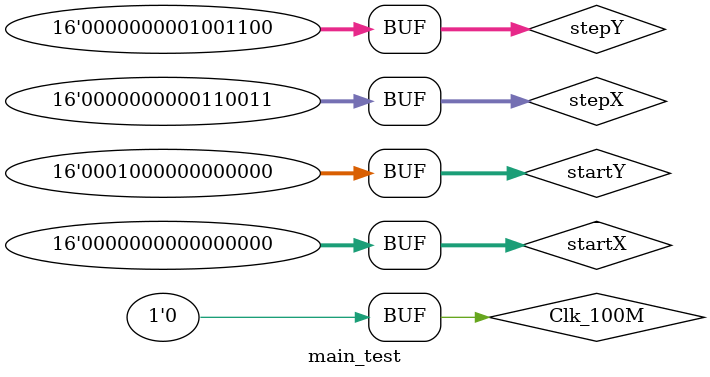
<source format=v>
`timescale 1ns / 1ps


module main_test;

	// Inputs
	reg Clk_100M;
	reg [15:0] startX;
	reg [15:0] startY;
	reg [15:0] stepX;
	reg [15:0] stepY;

	// Outputs
	wire [7:0] divOut;
	wire [15:0] q;

	// Instantiate the Unit Under Test (UUT)
	fractal uut (
		.Clk_100M(Clk_100M), 
		.startX(startX), 
		.startY(startY), 
		.stepX(stepX), 
		.stepY(stepY), 
		.divOut(divOut), 
		.q(q)
	);

	initial begin
	// Initialize Inputs
		Clk_100M = 0;
		startX = 16'b0000000000000000;
		startY = 16'b0001000000000000;
		stepX = 16'b00000000000110011;
		stepY = 16'b00000000001001100;

		// Wait 100 ns for global reset to finish
		#10;
		
		Clk_100M = 1;;

		// Wait 100 ns for global reset to finish
		#10;
        
		Clk_100M = 0;
		
		#10;
		Clk_100M = 1;;

		// Wait 100 ns for global reset to finish
		#10;
        
		Clk_100M = 0;
		
		#10;
		Clk_100M = 1;;

		// Wait 100 ns for global reset to finish
		#10;
        
		Clk_100M = 0;
		
		#10;
		Clk_100M = 1;;

		// Wait 100 ns for global reset to finish
		#10;
        
		Clk_100M = 0;
		
		#10;
		Clk_100M = 1;;

		// Wait 100 ns for global reset to finish
		#10;
        
		Clk_100M = 0;
		
		#10;
		Clk_100M = 1;;

		// Wait 100 ns for global reset to finish
		#10;
        
		Clk_100M = 0;
		
		#10;
		Clk_100M = 1;;

		// Wait 100 ns for global reset to finish
		#10;
        
		Clk_100M = 0;
		
		#10;
		Clk_100M = 1;;

		// Wait 100 ns for global reset to finish
		#10;
        
		Clk_100M = 0;
		
		#10;Clk_100M = 1;;

		// Wait 100 ns for global reset to finish
		#10;
        
		Clk_100M = 0;
		
		#10;
		Clk_100M = 1;;

		// Wait 100 ns for global reset to finish
		#10;
        
		Clk_100M = 0;
		
		#10;
		Clk_100M = 1;;

		// Wait 100 ns for global reset to finish
		#10;
        
		Clk_100M = 0;
		
		#10;
		Clk_100M = 1;;

		// Wait 100 ns for global reset to finish
		#10;
        
		Clk_100M = 0;
		
		#10;
		
				Clk_100M = 1;;

		// Wait 100 ns for global reset to finish
		#10;
        
		Clk_100M = 0;
		
		#10;
		
				Clk_100M = 1;;

		// Wait 100 ns for global reset to finish
		#10;
        
		Clk_100M = 0;
		
		#10;
		
				Clk_100M = 1;;

		// Wait 100 ns for global reset to finish
		#10;
        
		Clk_100M = 0;
		
		#10;
		
				Clk_100M = 1;;

		// Wait 100 ns for global reset to finish
		#10;
        
		Clk_100M = 0;
		
		#10;
		
				Clk_100M = 1;;

		// Wait 100 ns for global reset to finish
		#10;
        
		Clk_100M = 0;
		
		#10;
		
				Clk_100M = 1;;

		// Wait 100 ns for global reset to finish
		#10;
        
		Clk_100M = 0;
		
		#10;
		
				Clk_100M = 1;;

		// Wait 100 ns for global reset to finish
		#10;
        
		Clk_100M = 0;
		
		#10;
		Clk_100M = 1;;

		// Wait 100 ns for global reset to finish
		#10;
        
		Clk_100M = 0;
		
		#10;Clk_100M = 1;;

		// Wait 100 ns for global reset to finish
		#10;
        
		Clk_100M = 0;
		
		#10;
		Clk_100M = 1;;

		// Wait 100 ns for global reset to finish
		#10;
        
		Clk_100M = 0;
		
		#10;
		Clk_100M = 1;;

		// Wait 100 ns for global reset to finish
		#10;
        
		Clk_100M = 0;
		
		#10;
		Clk_100M = 1;;

		// Wait 100 ns for global reset to finish
		#10;
        
		Clk_100M = 0;
		
		#10;
		
				Clk_100M = 1;;

		// Wait 100 ns for global reset to finish
		#10;
        
		Clk_100M = 0;
		
		#10;
		
				Clk_100M = 1;;

		// Wait 100 ns for global reset to finish
		#10;
        
		Clk_100M = 0;
		
		#10;
		
				Clk_100M = 1;;

		// Wait 100 ns for global reset to finish
		#10;
        
		Clk_100M = 0;
		
		#10;
		
				Clk_100M = 1;;

		// Wait 100 ns for global reset to finish
		#10;
        
		Clk_100M = 0;
		
		#10;
		
				Clk_100M = 1;;

		// Wait 100 ns for global reset to finish
		#10;
        
		Clk_100M = 0;
		
		#10;
		
				Clk_100M = 1;;

		// Wait 100 ns for global reset to finish
		#10;
        
		Clk_100M = 0;
		
		#10;
		
				Clk_100M = 1;;

		// Wait 100 ns for global reset to finish
		#10;
        
		Clk_100M = 0;
		
		#10;
		Clk_100M = 1;;

		// Wait 100 ns for global reset to finish
		#10;
        
		Clk_100M = 0;
		
		#10;
		Clk_100M = 1;;

		// Wait 100 ns for global reset to finish
		#10;
        
		Clk_100M = 0;
		
		#10;
		
				Clk_100M = 1;;

		// Wait 100 ns for global reset to finish
		#10;
        
		Clk_100M = 0;
		
		#10;
		
				Clk_100M = 1;;

		// Wait 100 ns for global reset to finish
		#10;
        
		Clk_100M = 0;
		
		#10;
		
				Clk_100M = 1;;

		// Wait 100 ns for global reset to finish
		#10;
        
		Clk_100M = 0;
		
		#10;
		
				Clk_100M = 1;;

		// Wait 100 ns for global reset to finish
		#10;
        
		Clk_100M = 0;
		
		#10;
		
				Clk_100M = 1;;

		// Wait 100 ns for global reset to finish
		#10;
        
		Clk_100M = 0;
		
		#10;
		
				Clk_100M = 1;;

		// Wait 100 ns for global reset to finish
		#10;
        
		Clk_100M = 0;
		
		#10;
		
				Clk_100M = 1;;

		// Wait 100 ns for global reset to finish
		#10;
        
		Clk_100M = 0;
		
		#10;
		Clk_100M = 1;;

		// Wait 100 ns for global reset to finish
		#10;
        
		Clk_100M = 0;
		
		#10;
		Clk_100M = 1;;

		// Wait 100 ns for global reset to finish
		#10;
        
		Clk_100M = 0;
		
		#10;
		
				Clk_100M = 1;;

		// Wait 100 ns for global reset to finish
		#10;
        
		Clk_100M = 0;
		
		#10;
		
				Clk_100M = 1;;

		// Wait 100 ns for global reset to finish
		#10;
        
		Clk_100M = 0;
		
		#10;
		
				Clk_100M = 1;;

		// Wait 100 ns for global reset to finish
		#10;
        
		Clk_100M = 0;
		
		#10;
		
				Clk_100M = 1;;

		// Wait 100 ns for global reset to finish
		#10;
        
		Clk_100M = 0;
		
		#10;
		
				Clk_100M = 1;;

		// Wait 100 ns for global reset to finish
		#10;
        
		Clk_100M = 0;
		
		#10;
		
				Clk_100M = 1;;

		// Wait 100 ns for global reset to finish
		#10;
        
		Clk_100M = 0;
		
		#10;
		
				Clk_100M = 1;;

		// Wait 100 ns for global reset to finish
		#10;
        
		Clk_100M = 0;
		
		#10;
		Clk_100M = 1;;

		// Wait 100 ns for global reset to finish
		#10;
        
		Clk_100M = 0;
		
		#10;
		Clk_100M = 1;;

		// Wait 100 ns for global reset to finish
		#10;
        
		Clk_100M = 0;
		
		#10;
		
				Clk_100M = 1;;

		// Wait 100 ns for global reset to finish
		#10;
        
		Clk_100M = 0;
		
		#10;
		
				Clk_100M = 1;;

		// Wait 100 ns for global reset to finish
		#10;
        
		Clk_100M = 0;
		
		#10;
		
				Clk_100M = 1;;

		// Wait 100 ns for global reset to finish
		#10;
        
		Clk_100M = 0;
		
		#10;
		
				Clk_100M = 1;;

		// Wait 100 ns for global reset to finish
		#10;
        
		Clk_100M = 0;
		
		#10;
		
				Clk_100M = 1;;

		// Wait 100 ns for global reset to finish
		#10;
        
		Clk_100M = 0;
		
		#10;
		
				Clk_100M = 1;;

		// Wait 100 ns for global reset to finish
		#10;
        
		Clk_100M = 0;
		
		#10;
		
				Clk_100M = 1;;

		// Wait 100 ns for global reset to finish
		#10;
        
		Clk_100M = 0;
		
		#10;
		Clk_100M = 1;;

		// Wait 100 ns for global reset to finish
		#10;
        
		Clk_100M = 0;
		
		#10;
		Clk_100M = 1;;

		// Wait 100 ns for global reset to finish
		#10;
        
		Clk_100M = 0;
		
		#10;
		
				Clk_100M = 1;;

		// Wait 100 ns for global reset to finish
		#10;
        
		Clk_100M = 0;
		
		#10;
		
				Clk_100M = 1;;

		// Wait 100 ns for global reset to finish
		#10;
        
		Clk_100M = 0;
		
		#10;
		
				Clk_100M = 1;;

		// Wait 100 ns for global reset to finish
		#10;
        
		Clk_100M = 0;
		
		#10;
		
				Clk_100M = 1;;

		// Wait 100 ns for global reset to finish
		#10;
        
		Clk_100M = 0;
		
		#10;
		
				Clk_100M = 1;;

		// Wait 100 ns for global reset to finish
		#10;
        
		Clk_100M = 0;
		
		#10;
		
				Clk_100M = 1;;

		// Wait 100 ns for global reset to finish
		#10;
        
		Clk_100M = 0;
		
		#10;
		
				Clk_100M = 1;;

		// Wait 100 ns for global reset to finish
		#10;
        
		Clk_100M = 0;
		
		#10;
		Clk_100M = 1;;

		// Wait 100 ns for global reset to finish
		#10;
        
		Clk_100M = 0;
		
		#10;
		Clk_100M = 1;;

		// Wait 100 ns for global reset to finish
		#10;
        
		Clk_100M = 0;
		
		#10;
		
				Clk_100M = 1;;

		// Wait 100 ns for global reset to finish
		#10;
        
		Clk_100M = 0;
		
		#10;
		
				Clk_100M = 1;;

		// Wait 100 ns for global reset to finish
		#10;
        
		Clk_100M = 0;
		
		#10;
		
				Clk_100M = 1;;

		// Wait 100 ns for global reset to finish
		#10;
        
		Clk_100M = 0;
		
		#10;
		
				Clk_100M = 1;;

		// Wait 100 ns for global reset to finish
		#10;
        
		Clk_100M = 0;
		
		#10;
		
				Clk_100M = 1;;

		// Wait 100 ns for global reset to finish
		#10;
        
		Clk_100M = 0;
		
		#10;
		
				Clk_100M = 1;;

		// Wait 100 ns for global reset to finish
		#10;
        
		Clk_100M = 0;
		
		#10;
		
				Clk_100M = 1;;

		// Wait 100 ns for global reset to finish
		#10;
        
		Clk_100M = 0;
		
		#10;
		Clk_100M = 1;;

		// Wait 100 ns for global reset to finish
		#10;
        
		Clk_100M = 0;
		
		#10;
		Clk_100M = 1;;

		// Wait 100 ns for global reset to finish
		#10;
        
		Clk_100M = 0;
		
		#10;
		
				Clk_100M = 1;;

		// Wait 100 ns for global reset to finish
		#10;
        
		Clk_100M = 0;
		
		#10;
		
				Clk_100M = 1;;

		// Wait 100 ns for global reset to finish
		#10;
        
		Clk_100M = 0;
		
		#10;
		
				Clk_100M = 1;;

		// Wait 100 ns for global reset to finish
		#10;
        
		Clk_100M = 0;
		
		#10;
		
				Clk_100M = 1;;

		// Wait 100 ns for global reset to finish
		#10;
        
		Clk_100M = 0;
		
		#10;
		
				Clk_100M = 1;;

		// Wait 100 ns for global reset to finish
		#10;
        
		Clk_100M = 0;
		
		#10;
		
				Clk_100M = 1;;

		// Wait 100 ns for global reset to finish
		#10;
        
		Clk_100M = 0;
		
		#10;
		
				Clk_100M = 1;;

		// Wait 100 ns for global reset to finish
		#10;
        
		Clk_100M = 0;
		
		#10;
		Clk_100M = 1;;

		// Wait 100 ns for global reset to finish
		#10;
        
		Clk_100M = 0;
		
		#10;
		Clk_100M = 1;;

		// Wait 100 ns for global reset to finish
		#10;
        
		Clk_100M = 0;
		
		#10;
		
				Clk_100M = 1;;

		// Wait 100 ns for global reset to finish
		#10;
        
		Clk_100M = 0;
		
		#10;
		
				Clk_100M = 1;;

		// Wait 100 ns for global reset to finish
		#10;
        
		Clk_100M = 0;
		
		#10;
		
				Clk_100M = 1;;

		// Wait 100 ns for global reset to finish
		#10;
        
		Clk_100M = 0;
		
		#10;
		
				Clk_100M = 1;;

		// Wait 100 ns for global reset to finish
		#10;
        
		Clk_100M = 0;
		
		#10;
		
				Clk_100M = 1;;

		// Wait 100 ns for global reset to finish
		#10;
        
		Clk_100M = 0;
		
		#10;
		
				Clk_100M = 1;;

		// Wait 100 ns for global reset to finish
		#10;
        
		Clk_100M = 0;
		
		#10;
		
				Clk_100M = 1;;

		// Wait 100 ns for global reset to finish
		#10;
        
		Clk_100M = 0;
		
		#10;

	end
      
endmodule


</source>
